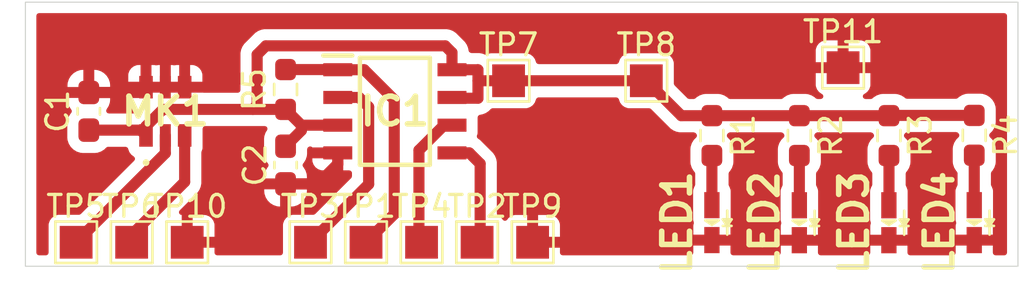
<source format=kicad_pcb>
(kicad_pcb (version 20240108) (generator "pcbnew") (generator_version "8.0")
  (layers (0 "F.Cu" signal) (31 "B.Cu" signal) (34 "B.Paste" user) (35 "F.Paste" user) (36 "B.SilkS" user "B.Silkscreen") (37 "F.SilkS" user "F.Silkscreen") (38 "B.Mask" user) (39 "F.Mask" user) (44 "Edge.Cuts" user))
  (net 0 "")
  (net 1 "GND")
  (net 2 "+3.3V")
  (net 3 "/SPI_CS")
  (net 4 "/SPI_SCK")
  (net 5 "/SPI_MOSI")
  (net 6 "/SPI_MISO")
  (net 7 "Net-(LED1-Pad2)")
  (net 8 "Net-(LED2-Pad2)")
  (net 9 "Net-(LED3-Pad2)")
  (net 10 "Net-(LED4-Pad2)")
  (net 11 "/PDM_DATA0")
  (net 12 "/PDM_CLK")
  (footprint "footprints:TestPoint_Pad_1.5x1.5mm" (layer "F.Cu") (at 192 61)
    (property "Reference" "TP11" (at 0 -1.648 0) (layer "F.SilkS"))
    (property "Value" "GND")
    (fp_line (start -0.95 -0.95) (end 0.95 -0.95) (stroke (width 0.12)) (layer "F.SilkS"))
    (fp_line (start -0.95 0.95) (end -0.95 -0.95) (stroke (width 0.12)) (layer "F.SilkS"))
    (fp_line (start 0.95 -0.95) (end 0.95 0.95) (stroke (width 0.12)) (layer "F.SilkS"))
    (fp_line (start 0.95 0.95) (end -0.95 0.95) (stroke (width 0.12)) (layer "F.SilkS"))
    (pad "1" smd rect (at 0 0) (size 1.5 1.5) (layers "F.Cu" "F.Mask") (net 1 "GND"))
  )
  (footprint "footprints:EEPROM_SOIC127P600X175-8L" (layer "F.Cu") (at 171.5 63)
    (property "Reference" "IC1" (at 0 0 0) (layer "F.SilkS") (effects (font (size 1.27 1.27) (thickness 0.254))))
    (property "Value" "EEPROM_M95P16-IXMNT_E" (hide yes))
    (fp_line (start -3.275 -2.555) (end -1.95 -2.555) (stroke (width 0.2)) (layer "F.SilkS"))
    (fp_line (start -1.6 -2.45) (end 1.6 -2.45) (stroke (width 0.2)) (layer "F.SilkS"))
    (fp_line (start -1.6 2.45) (end -1.6 -2.45) (stroke (width 0.2)) (layer "F.SilkS"))
    (fp_line (start 1.6 -2.45) (end 1.6 2.45) (stroke (width 0.2)) (layer "F.SilkS"))
    (fp_line (start 1.6 2.45) (end -1.6 2.45) (stroke (width 0.2)) (layer "F.SilkS"))
    (pad "1" smd rect (at -2.612 -1.905 90) (size 0.6 1.325) (layers "F.Cu" "F.Paste" "F.Mask") (net 3 "/SPI_CS"))
    (pad "2" smd rect (at -2.612 -0.635 90) (size 0.6 1.325) (layers "F.Cu" "F.Paste" "F.Mask") (net 6 "/SPI_MISO"))
    (pad "3" smd rect (at -2.612 0.635 90) (size 0.6 1.325) (layers "F.Cu" "F.Paste" "F.Mask") (net 2 "+3.3V"))
    (pad "4" smd rect (at -2.612 1.905 90) (size 0.6 1.325) (layers "F.Cu" "F.Paste" "F.Mask") (net 1 "GND"))
    (pad "5" smd rect (at 2.612 1.905 90) (size 0.6 1.325) (layers "F.Cu" "F.Paste" "F.Mask") (net 5 "/SPI_MOSI"))
    (pad "6" smd rect (at 2.612 0.635 90) (size 0.6 1.325) (layers "F.Cu" "F.Paste" "F.Mask") (net 4 "/SPI_SCK"))
    (pad "7" smd rect (at 2.612 -0.635 90) (size 0.6 1.325) (layers "F.Cu" "F.Paste" "F.Mask") (net 2 "+3.3V"))
    (pad "8" smd rect (at 2.612 -1.905 90) (size 0.6 1.325) (layers "F.Cu" "F.Paste" "F.Mask") (net 2 "+3.3V"))
  )
  (footprint "footprints:LEDM168X110N" (layer "F.Cu") (at 190 68.105 90)
    (property "Reference" "LED2" (at 0 -1.6 270) (layer "F.SilkS") (effects (font (size 1.27 1.27) (thickness 0.254))))
    (property "Value" "LED_XZCM2CRK53WA-8VF" (hide yes))
    (fp_line (start 0.1 -0.3) (end 0.1 0.3) (stroke (width 0.12)) (layer "F.SilkS"))
    (fp_line (start 0 0) (end 0.1 -0.1) (stroke (width 0.12)) (layer "F.SilkS"))
    (fp_line (start -0.1 0) (end 0.1 -0.3) (stroke (width 0.12)) (layer "F.SilkS"))
    (fp_line (start 0.1 0.2) (end 0 0) (stroke (width 0.12)) (layer "F.SilkS"))
    (fp_line (start 0.1 0.3) (end -0.1 0) (stroke (width 0.12)) (layer "F.SilkS"))
    (fp_line (start 0.15 0.5) (end 0.15 0.9) (stroke (width 0.12)) (layer "F.SilkS"))
    (fp_line (start 0.55 0.7) (end -0.55 0.7) (stroke (width 0.12)) (layer "F.SilkS"))
    (fp_line (start 0.15 0.7) (end 0 0.6) (stroke (width 0.12)) (layer "F.SilkS"))
    (fp_line (start -0.15 0.7) (end 0.15 0.5) (stroke (width 0.12)) (layer "F.SilkS"))
    (fp_line (start 0.15 0.8) (end 0 0.7) (stroke (width 0.12)) (layer "F.SilkS"))
    (fp_line (start 0.15 0.9) (end -0.15 0.7) (stroke (width 0.12)) (layer "F.SilkS"))
    (fp_line (start -0.15 0.9) (end -0.15 0.5) (stroke (width 0.12)) (layer "F.SilkS"))
    (pad "1" smd rect (at -0.8 0 180) (size 0.7 1.2) (layers "F.Cu" "F.Paste" "F.Mask") (net 1 "GND"))
    (pad "2" smd rect (at 0.8 0 180) (size 0.7 1.2) (layers "F.Cu" "F.Paste" "F.Mask") (net 8 "Net-(LED2-Pad2)"))
  )
  (footprint "footprints:TestPoint_Pad_1.5x1.5mm" (layer "F.Cu") (at 167.64 69)
    (property "Reference" "TP3" (at 0 -1.648 0) (layer "F.SilkS"))
    (property "Value" "MISO")
    (fp_line (start -0.95 -0.95) (end 0.95 -0.95) (stroke (width 0.12)) (layer "F.SilkS"))
    (fp_line (start -0.95 0.95) (end -0.95 -0.95) (stroke (width 0.12)) (layer "F.SilkS"))
    (fp_line (start 0.95 -0.95) (end 0.95 0.95) (stroke (width 0.12)) (layer "F.SilkS"))
    (fp_line (start 0.95 0.95) (end -0.95 0.95) (stroke (width 0.12)) (layer "F.SilkS"))
    (pad "1" smd rect (at 0 0) (size 1.5 1.5) (layers "F.Cu" "F.Mask") (net 6 "/SPI_MISO"))
  )
  (footprint "footprints:LEDM168X110N" (layer "F.Cu") (at 194.095 68.105 90)
    (property "Reference" "LED3" (at 0 -1.6 270) (layer "F.SilkS") (effects (font (size 1.27 1.27) (thickness 0.254))))
    (property "Value" "LED_XZCM2CRK53WA-8VF" (hide yes))
    (fp_line (start 0.1 -0.3) (end 0.1 0.3) (stroke (width 0.12)) (layer "F.SilkS"))
    (fp_line (start 0 0) (end 0.1 -0.1) (stroke (width 0.12)) (layer "F.SilkS"))
    (fp_line (start -0.1 0) (end 0.1 -0.3) (stroke (width 0.12)) (layer "F.SilkS"))
    (fp_line (start 0.1 0.2) (end 0 0) (stroke (width 0.12)) (layer "F.SilkS"))
    (fp_line (start 0.1 0.3) (end -0.1 0) (stroke (width 0.12)) (layer "F.SilkS"))
    (fp_line (start 0.15 0.5) (end 0.15 0.9) (stroke (width 0.12)) (layer "F.SilkS"))
    (fp_line (start 0.55 0.7) (end -0.55 0.7) (stroke (width 0.12)) (layer "F.SilkS"))
    (fp_line (start 0.15 0.7) (end 0 0.6) (stroke (width 0.12)) (layer "F.SilkS"))
    (fp_line (start -0.15 0.7) (end 0.15 0.5) (stroke (width 0.12)) (layer "F.SilkS"))
    (fp_line (start 0.15 0.8) (end 0 0.7) (stroke (width 0.12)) (layer "F.SilkS"))
    (fp_line (start 0.15 0.9) (end -0.15 0.7) (stroke (width 0.12)) (layer "F.SilkS"))
    (fp_line (start -0.15 0.9) (end -0.15 0.5) (stroke (width 0.12)) (layer "F.SilkS"))
    (pad "1" smd rect (at -0.8 0 180) (size 0.7 1.2) (layers "F.Cu" "F.Paste" "F.Mask") (net 1 "GND"))
    (pad "2" smd rect (at 0.8 0 180) (size 0.7 1.2) (layers "F.Cu" "F.Paste" "F.Mask") (net 9 "Net-(LED3-Pad2)"))
  )
  (footprint "footprints:TestPoint_Pad_1.5x1.5mm" (layer "F.Cu") (at 159.46 69)
    (property "Reference" "TP6" (at 0 -1.648 0) (layer "F.SilkS"))
    (property "Value" "PDM_DATA0")
    (fp_line (start -0.95 -0.95) (end 0.95 -0.95) (stroke (width 0.12)) (layer "F.SilkS"))
    (fp_line (start -0.95 0.95) (end -0.95 -0.95) (stroke (width 0.12)) (layer "F.SilkS"))
    (fp_line (start 0.95 -0.95) (end 0.95 0.95) (stroke (width 0.12)) (layer "F.SilkS"))
    (fp_line (start 0.95 0.95) (end -0.95 0.95) (stroke (width 0.12)) (layer "F.SilkS"))
    (pad "1" smd rect (at 0 0) (size 1.5 1.5) (layers "F.Cu" "F.Mask") (net 11 "/PDM_DATA0"))
  )
  (footprint "footprints:LEDM168X110N" (layer "F.Cu") (at 186 68.1 90)
    (property "Reference" "LED1" (at 0 -1.6 270) (layer "F.SilkS") (effects (font (size 1.27 1.27) (thickness 0.254))))
    (property "Value" "LED_XZCM2CRK53WA-8VF" (hide yes))
    (fp_line (start 0.1 -0.3) (end 0.1 0.3) (stroke (width 0.12)) (layer "F.SilkS"))
    (fp_line (start 0 0) (end 0.1 -0.1) (stroke (width 0.12)) (layer "F.SilkS"))
    (fp_line (start -0.1 0) (end 0.1 -0.3) (stroke (width 0.12)) (layer "F.SilkS"))
    (fp_line (start 0.1 0.2) (end 0 0) (stroke (width 0.12)) (layer "F.SilkS"))
    (fp_line (start 0.1 0.3) (end -0.1 0) (stroke (width 0.12)) (layer "F.SilkS"))
    (fp_line (start 0.15 0.5) (end 0.15 0.9) (stroke (width 0.12)) (layer "F.SilkS"))
    (fp_line (start 0.55 0.7) (end -0.55 0.7) (stroke (width 0.12)) (layer "F.SilkS"))
    (fp_line (start 0.15 0.7) (end 0 0.6) (stroke (width 0.12)) (layer "F.SilkS"))
    (fp_line (start -0.15 0.7) (end 0.15 0.5) (stroke (width 0.12)) (layer "F.SilkS"))
    (fp_line (start 0.15 0.8) (end 0 0.7) (stroke (width 0.12)) (layer "F.SilkS"))
    (fp_line (start 0.15 0.9) (end -0.15 0.7) (stroke (width 0.12)) (layer "F.SilkS"))
    (fp_line (start -0.15 0.9) (end -0.15 0.5) (stroke (width 0.12)) (layer "F.SilkS"))
    (pad "1" smd rect (at -0.8 0 180) (size 0.7 1.2) (layers "F.Cu" "F.Paste" "F.Mask") (net 1 "GND"))
    (pad "2" smd rect (at 0.8 0 180) (size 0.7 1.2) (layers "F.Cu" "F.Paste" "F.Mask") (net 7 "Net-(LED1-Pad2)"))
  )
  (footprint "Resistor_SMD:R_0603_1608Metric_Pad0.98x0.95mm_HandSolder" (layer "F.Cu") (at 186 64.1125 -90)
    (property "Reference" "R1" (at 0 -1.43 90) (layer "F.SilkS"))
    (property "Value" "R" (hide yes))
    (fp_line (start -0.254724 0.5225) (end 0.254724 0.5225) (stroke (width 0.12)) (layer "F.SilkS"))
    (fp_line (start -0.254724 -0.5225) (end 0.254724 -0.5225) (stroke (width 0.12)) (layer "F.SilkS"))
    (pad "1" smd roundrect (at -0.9125 0 270) (size 0.975 0.95) (layers "F.Cu" "F.Paste" "F.Mask") (net 2 "+3.3V"))
    (pad "2" smd roundrect (at 0.9125 0 270) (size 0.975 0.95) (layers "F.Cu" "F.Paste" "F.Mask") (net 7 "Net-(LED1-Pad2)"))
  )
  (footprint "footprints:TestPoint_Pad_1.5x1.5mm" (layer "F.Cu") (at 176.7 61.6)
    (property "Reference" "TP7" (at 0 -1.648 0) (layer "F.SilkS"))
    (property "Value" "+3V3")
    (fp_line (start -0.95 -0.95) (end 0.95 -0.95) (stroke (width 0.12)) (layer "F.SilkS"))
    (fp_line (start -0.95 0.95) (end -0.95 -0.95) (stroke (width 0.12)) (layer "F.SilkS"))
    (fp_line (start 0.95 -0.95) (end 0.95 0.95) (stroke (width 0.12)) (layer "F.SilkS"))
    (fp_line (start 0.95 0.95) (end -0.95 0.95) (stroke (width 0.12)) (layer "F.SilkS"))
    (pad "1" smd rect (at 0 0) (size 1.5 1.5) (layers "F.Cu" "F.Mask") (net 2 "+3.3V"))
  )
  (footprint "footprints:LEDM168X110N" (layer "F.Cu") (at 198 68.1 90)
    (property "Reference" "LED4" (at 0 -1.6 270) (layer "F.SilkS") (effects (font (size 1.27 1.27) (thickness 0.254))))
    (property "Value" "LED_XZCM2CRK53WA-8VF" (hide yes))
    (fp_line (start 0.1 -0.3) (end 0.1 0.3) (stroke (width 0.12)) (layer "F.SilkS"))
    (fp_line (start 0 0) (end 0.1 -0.1) (stroke (width 0.12)) (layer "F.SilkS"))
    (fp_line (start -0.1 0) (end 0.1 -0.3) (stroke (width 0.12)) (layer "F.SilkS"))
    (fp_line (start 0.1 0.2) (end 0 0) (stroke (width 0.12)) (layer "F.SilkS"))
    (fp_line (start 0.1 0.3) (end -0.1 0) (stroke (width 0.12)) (layer "F.SilkS"))
    (fp_line (start 0.15 0.5) (end 0.15 0.9) (stroke (width 0.12)) (layer "F.SilkS"))
    (fp_line (start 0.55 0.7) (end -0.55 0.7) (stroke (width 0.12)) (layer "F.SilkS"))
    (fp_line (start 0.15 0.7) (end 0 0.6) (stroke (width 0.12)) (layer "F.SilkS"))
    (fp_line (start -0.15 0.7) (end 0.15 0.5) (stroke (width 0.12)) (layer "F.SilkS"))
    (fp_line (start 0.15 0.8) (end 0 0.7) (stroke (width 0.12)) (layer "F.SilkS"))
    (fp_line (start 0.15 0.9) (end -0.15 0.7) (stroke (width 0.12)) (layer "F.SilkS"))
    (fp_line (start -0.15 0.9) (end -0.15 0.5) (stroke (width 0.12)) (layer "F.SilkS"))
    (pad "1" smd rect (at -0.8 0 180) (size 0.7 1.2) (layers "F.Cu" "F.Paste" "F.Mask") (net 1 "GND"))
    (pad "2" smd rect (at 0.8 0 180) (size 0.7 1.2) (layers "F.Cu" "F.Paste" "F.Mask") (net 10 "Net-(LED4-Pad2)"))
  )
  (footprint "footprints:MEMS-Mikrofon_ICS41351" (layer "F.Cu") (at 161 63)
    (property "Reference" "MK1" (at 0 0 0) (layer "F.SilkS") (effects (font (size 1.27 1.27) (thickness 0.254))))
    (property "Value" "MEMS-Microphone_ICS-41351" (hide yes))
    (fp_line (start -0.884 2.3) (end -0.884 2.3) (stroke (width 0.2)) (layer "F.SilkS"))
    (fp_line (start -0.884 2.4) (end -0.884 2.4) (stroke (width 0.2)) (layer "F.SilkS"))
    (fp_line (start -0.884 2.4) (end -0.884 2.4) (stroke (width 0.2)) (layer "F.SilkS"))
    (fp_arc (start -0.884 2.3) (mid -0.834 2.35) (end -0.884 2.4) (stroke (width 0.2)) (layer "F.SilkS"))
    (fp_arc (start -0.884 2.3) (mid -0.834 2.35) (end -0.884 2.4) (stroke (width 0.2)) (layer "F.SilkS"))
    (fp_arc (start -0.884 2.4) (mid -0.934 2.35) (end -0.884 2.3) (stroke (width 0.2)) (layer "F.SilkS"))
    (pad "1" smd rect (at -0.884 1.105) (size 0.622 1.032) (layers "F.Cu" "F.Paste" "F.Mask") (net 2 "+3.3V"))
    (pad "2" smd rect (at 0 1.105) (size 0.5 1.032) (layers "F.Cu" "F.Paste" "F.Mask") (net 12 "/PDM_CLK"))
    (pad "3" smd rect (at 0.884 1.105) (size 0.622 1.032) (layers "F.Cu" "F.Paste" "F.Mask") (net 11 "/PDM_DATA0"))
    (pad "4" smd rect (at 0.884 -1.105) (size 0.622 1.032) (layers "F.Cu" "F.Paste" "F.Mask") (net 1 "GND"))
    (pad "5" smd rect (at 0 -1.105) (size 0.5 1.032) (layers "F.Cu" "F.Paste" "F.Mask") (net 1 "GND"))
    (pad "6" smd rect (at -0.884 -1.105) (size 0.622 1.032) (layers "F.Cu" "F.Paste" "F.Mask") (net 1 "GND"))
  )
  (footprint "Resistor_SMD:R_0603_1608Metric_Pad0.98x0.95mm_HandSolder" (layer "F.Cu") (at 194.1 64.1125 -90)
    (property "Reference" "R3" (at 0 -1.43 90) (layer "F.SilkS"))
    (property "Value" "R" (hide yes))
    (fp_line (start -0.254724 0.5225) (end 0.254724 0.5225) (stroke (width 0.12)) (layer "F.SilkS"))
    (fp_line (start -0.254724 -0.5225) (end 0.254724 -0.5225) (stroke (width 0.12)) (layer "F.SilkS"))
    (pad "1" smd roundrect (at -0.9125 0 270) (size 0.975 0.95) (layers "F.Cu" "F.Paste" "F.Mask") (net 2 "+3.3V"))
    (pad "2" smd roundrect (at 0.9125 0 270) (size 0.975 0.95) (layers "F.Cu" "F.Paste" "F.Mask") (net 9 "Net-(LED3-Pad2)"))
  )
  (footprint "footprints:TestPoint_Pad_1.5x1.5mm" (layer "F.Cu") (at 162 69)
    (property "Reference" "TP10" (at 0 -1.648 0) (layer "F.SilkS"))
    (property "Value" "GND")
    (fp_line (start -0.95 -0.95) (end 0.95 -0.95) (stroke (width 0.12)) (layer "F.SilkS"))
    (fp_line (start -0.95 0.95) (end -0.95 -0.95) (stroke (width 0.12)) (layer "F.SilkS"))
    (fp_line (start 0.95 -0.95) (end 0.95 0.95) (stroke (width 0.12)) (layer "F.SilkS"))
    (fp_line (start 0.95 0.95) (end -0.95 0.95) (stroke (width 0.12)) (layer "F.SilkS"))
    (pad "1" smd rect (at 0 0) (size 1.5 1.5) (layers "F.Cu" "F.Mask") (net 1 "GND"))
  )
  (footprint "footprints:TestPoint_Pad_1.5x1.5mm" (layer "F.Cu") (at 156.92 69)
    (property "Reference" "TP5" (at 0 -1.648 0) (layer "F.SilkS"))
    (property "Value" "PDM_CLK")
    (fp_line (start -0.95 -0.95) (end 0.95 -0.95) (stroke (width 0.12)) (layer "F.SilkS"))
    (fp_line (start -0.95 0.95) (end -0.95 -0.95) (stroke (width 0.12)) (layer "F.SilkS"))
    (fp_line (start 0.95 -0.95) (end 0.95 0.95) (stroke (width 0.12)) (layer "F.SilkS"))
    (fp_line (start 0.95 0.95) (end -0.95 0.95) (stroke (width 0.12)) (layer "F.SilkS"))
    (pad "1" smd rect (at 0 0) (size 1.5 1.5) (layers "F.Cu" "F.Mask") (net 12 "/PDM_CLK"))
  )
  (footprint "footprints:TestPoint_Pad_1.5x1.5mm" (layer "F.Cu") (at 175.26 69)
    (property "Reference" "TP2" (at 0 -1.648 0) (layer "F.SilkS"))
    (property "Value" "MOSI")
    (fp_line (start -0.95 -0.95) (end 0.95 -0.95) (stroke (width 0.12)) (layer "F.SilkS"))
    (fp_line (start -0.95 0.95) (end -0.95 -0.95) (stroke (width 0.12)) (layer "F.SilkS"))
    (fp_line (start 0.95 -0.95) (end 0.95 0.95) (stroke (width 0.12)) (layer "F.SilkS"))
    (fp_line (start 0.95 0.95) (end -0.95 0.95) (stroke (width 0.12)) (layer "F.SilkS"))
    (pad "1" smd rect (at 0 0) (size 1.5 1.5) (layers "F.Cu" "F.Mask") (net 5 "/SPI_MOSI"))
  )
  (footprint "Resistor_SMD:R_0603_1608Metric_Pad0.98x0.95mm_HandSolder" (layer "F.Cu") (at 190 64.1125 -90)
    (property "Reference" "R2" (at 0 -1.43 90) (layer "F.SilkS"))
    (property "Value" "R" (hide yes))
    (fp_line (start -0.254724 0.5225) (end 0.254724 0.5225) (stroke (width 0.12)) (layer "F.SilkS"))
    (fp_line (start -0.254724 -0.5225) (end 0.254724 -0.5225) (stroke (width 0.12)) (layer "F.SilkS"))
    (pad "1" smd roundrect (at -0.9125 0 270) (size 0.975 0.95) (layers "F.Cu" "F.Paste" "F.Mask") (net 2 "+3.3V"))
    (pad "2" smd roundrect (at 0.9125 0 270) (size 0.975 0.95) (layers "F.Cu" "F.Paste" "F.Mask") (net 8 "Net-(LED2-Pad2)"))
  )
  (footprint "Resistor_SMD:R_0603_1608Metric_Pad0.98x0.95mm_HandSolder" (layer "F.Cu") (at 166.5 62 90)
    (property "Reference" "R5" (at 0 -1.43 270) (layer "F.SilkS"))
    (property "Value" "10k" (hide yes))
    (fp_line (start -0.254724 -0.5225) (end 0.254724 -0.5225) (stroke (width 0.12)) (layer "F.SilkS"))
    (fp_line (start -0.254724 0.5225) (end 0.254724 0.5225) (stroke (width 0.12)) (layer "F.SilkS"))
    (pad "1" smd roundrect (at -0.9125 0 90) (size 0.975 0.95) (layers "F.Cu" "F.Paste" "F.Mask") (net 2 "+3.3V"))
    (pad "2" smd roundrect (at 0.9125 0 90) (size 0.975 0.95) (layers "F.Cu" "F.Paste" "F.Mask") (net 3 "/SPI_CS"))
  )
  (footprint "Capacitor_SMD:C_0603_1608Metric_Pad1.08x0.95mm_HandSolder" (layer "F.Cu") (at 157.5 63 90)
    (property "Reference" "C1" (at 0 -1.43 270) (layer "F.SilkS"))
    (property "Value" "100nF" (hide yes))
    (fp_line (start -0.146267 -0.51) (end 0.146267 -0.51) (stroke (width 0.12)) (layer "F.SilkS"))
    (fp_line (start -0.146267 0.51) (end 0.146267 0.51) (stroke (width 0.12)) (layer "F.SilkS"))
    (pad "1" smd roundrect (at -0.8625 0 90) (size 1.075 0.95) (layers "F.Cu" "F.Paste" "F.Mask") (net 2 "+3.3V"))
    (pad "2" smd roundrect (at 0.8625 0 90) (size 1.075 0.95) (layers "F.Cu" "F.Paste" "F.Mask") (net 1 "GND"))
  )
  (footprint "footprints:TestPoint_Pad_1.5x1.5mm" (layer "F.Cu") (at 183 61.6)
    (property "Reference" "TP8" (at 0 -1.648 0) (layer "F.SilkS"))
    (property "Value" "+3V3")
    (fp_line (start -0.95 -0.95) (end 0.95 -0.95) (stroke (width 0.12)) (layer "F.SilkS"))
    (fp_line (start -0.95 0.95) (end -0.95 -0.95) (stroke (width 0.12)) (layer "F.SilkS"))
    (fp_line (start 0.95 -0.95) (end 0.95 0.95) (stroke (width 0.12)) (layer "F.SilkS"))
    (fp_line (start 0.95 0.95) (end -0.95 0.95) (stroke (width 0.12)) (layer "F.SilkS"))
    (pad "1" smd rect (at 0 0) (size 1.5 1.5) (layers "F.Cu" "F.Mask") (net 2 "+3.3V"))
  )
  (footprint "footprints:TestPoint_Pad_1.5x1.5mm" (layer "F.Cu") (at 170.18 69)
    (property "Reference" "TP1" (at 0 -1.648 0) (layer "F.SilkS"))
    (property "Value" "CS")
    (fp_line (start -0.95 -0.95) (end 0.95 -0.95) (stroke (width 0.12)) (layer "F.SilkS"))
    (fp_line (start -0.95 0.95) (end -0.95 -0.95) (stroke (width 0.12)) (layer "F.SilkS"))
    (fp_line (start 0.95 -0.95) (end 0.95 0.95) (stroke (width 0.12)) (layer "F.SilkS"))
    (fp_line (start 0.95 0.95) (end -0.95 0.95) (stroke (width 0.12)) (layer "F.SilkS"))
    (pad "1" smd rect (at 0 0) (size 1.5 1.5) (layers "F.Cu" "F.Mask") (net 3 "/SPI_CS"))
  )
  (footprint "footprints:TestPoint_Pad_1.5x1.5mm" (layer "F.Cu") (at 172.72 69)
    (property "Reference" "TP4" (at 0 -1.648 0) (layer "F.SilkS"))
    (property "Value" "CLK")
    (fp_line (start -0.95 -0.95) (end 0.95 -0.95) (stroke (width 0.12)) (layer "F.SilkS"))
    (fp_line (start -0.95 0.95) (end -0.95 -0.95) (stroke (width 0.12)) (layer "F.SilkS"))
    (fp_line (start 0.95 -0.95) (end 0.95 0.95) (stroke (width 0.12)) (layer "F.SilkS"))
    (fp_line (start 0.95 0.95) (end -0.95 0.95) (stroke (width 0.12)) (layer "F.SilkS"))
    (pad "1" smd rect (at 0 0) (size 1.5 1.5) (layers "F.Cu" "F.Mask") (net 4 "/SPI_SCK"))
  )
  (footprint "Resistor_SMD:R_0603_1608Metric_Pad0.98x0.95mm_HandSolder" (layer "F.Cu") (at 198 64.1 -90)
    (property "Reference" "R4" (at 0 -1.43 90) (layer "F.SilkS"))
    (property "Value" "R" (hide yes))
    (fp_line (start -0.254724 0.5225) (end 0.254724 0.5225) (stroke (width 0.12)) (layer "F.SilkS"))
    (fp_line (start -0.254724 -0.5225) (end 0.254724 -0.5225) (stroke (width 0.12)) (layer "F.SilkS"))
    (pad "1" smd roundrect (at -0.9125 0 270) (size 0.975 0.95) (layers "F.Cu" "F.Paste" "F.Mask") (net 2 "+3.3V"))
    (pad "2" smd roundrect (at 0.9125 0 270) (size 0.975 0.95) (layers "F.Cu" "F.Paste" "F.Mask") (net 10 "Net-(LED4-Pad2)"))
  )
  (footprint "Capacitor_SMD:C_0603_1608Metric_Pad1.08x0.95mm_HandSolder" (layer "F.Cu") (at 166.5 65.4625 -90)
    (property "Reference" "C2" (at 0 1.4 90) (layer "F.SilkS"))
    (property "Value" "100nF" (hide yes))
    (fp_line (start -0.146267 0.51) (end 0.146267 0.51) (stroke (width 0.12)) (layer "F.SilkS"))
    (fp_line (start -0.146267 -0.51) (end 0.146267 -0.51) (stroke (width 0.12)) (layer "F.SilkS"))
    (pad "1" smd roundrect (at -0.8625 0 270) (size 1.075 0.95) (layers "F.Cu" "F.Paste" "F.Mask") (net 2 "+3.3V"))
    (pad "2" smd roundrect (at 0.8625 0 270) (size 1.075 0.95) (layers "F.Cu" "F.Paste" "F.Mask") (net 1 "GND"))
  )
  (footprint "footprints:TestPoint_Pad_1.5x1.5mm" (layer "F.Cu") (at 177.8 69)
    (property "Reference" "TP9" (at 0 -1.648 0) (layer "F.SilkS"))
    (property "Value" "GND")
    (fp_line (start -0.95 -0.95) (end 0.95 -0.95) (stroke (width 0.12)) (layer "F.SilkS"))
    (fp_line (start -0.95 0.95) (end -0.95 -0.95) (stroke (width 0.12)) (layer "F.SilkS"))
    (fp_line (start 0.95 -0.95) (end 0.95 0.95) (stroke (width 0.12)) (layer "F.SilkS"))
    (fp_line (start 0.95 0.95) (end -0.95 0.95) (stroke (width 0.12)) (layer "F.SilkS"))
    (pad "1" smd rect (at 0 0) (size 1.5 1.5) (layers "F.Cu" "F.Mask") (net 1 "GND"))
  )
  (gr_rect (start 154.6 58) (end 200 70.1) (stroke (width 0.05)) (fill none) (layer "Edge.Cuts"))
  (segment (start 166.5 66.325) (end 167.975 66.325) (width 0.508) (layer "F.Cu") (net 1))
  (segment (start 159.8735 62.1375) (end 160.116 61.895) (width 0.508) (layer "F.Cu") (net 1))
  (segment (start 168.888 65.412) (end 168.888 64.905) (width 0.508) (layer "F.Cu") (net 1))
  (segment (start 167.975 66.325) (end 168.888 65.412) (width 0.508) (layer "F.Cu") (net 1))
  (segment (start 157.5 62.1375) (end 159.8735 62.1375) (width 0.508) (layer "F.Cu") (net 1))
  (segment (start 190 63.2) (end 186 63.2) (width 0.508) (layer "F.Cu") (net 2))
  (segment (start 166.5 64.6) (end 167.2225 63.8775) (width 0.508) (layer "F.Cu") (net 2))
  (segment (start 165.2 62.7125) (end 165.2 60.4) (width 0.508) (layer "F.Cu") (net 2))
  (segment (start 176.7 61.6) (end 175.3 61.6) (width 0.508) (layer "F.Cu") (net 2))
  (segment (start 194 63.2) (end 190 63.2) (width 0.508) (layer "F.Cu") (net 2))
  (segment (start 175.3 61.6) (end 175.3 62.4) (width 0.508) (layer "F.Cu") (net 2))
  (segment (start 159.8735 63.8625) (end 160.116 64.105) (width 0.508) (layer "F.Cu") (net 2))
  (segment (start 194.2125 63.1875) (end 198 63.1875) (width 0.508) (layer "F.Cu") (net 2))
  (segment (start 167.2225 63.8775) (end 167.2225 63.635) (width 0.508) (layer "F.Cu") (net 2))
  (segment (start 165 62.9125) (end 165.2 62.7125) (width 0.508) (layer "F.Cu") (net 2))
  (segment (start 174.147 62.4) (end 174.112 62.365) (width 0.508) (layer "F.Cu") (net 2))
  (segment (start 173.8 60) (end 174.112 60.312) (width 0.508) (layer "F.Cu") (net 2))
  (segment (start 174.112 60.312) (end 174.112 61.095) (width 0.508) (layer "F.Cu") (net 2))
  (segment (start 175.295 61.095) (end 175.3 61.1) (width 0.508) (layer "F.Cu") (net 2))
  (segment (start 184.6 63.2) (end 183 61.6) (width 0.508) (layer "F.Cu") (net 2))
  (segment (start 194.2 63.2) (end 194.2125 63.1875) (width 0.508) (layer "F.Cu") (net 2))
  (segment (start 157.5 63.8625) (end 159.8735 63.8625) (width 0.508) (layer "F.Cu") (net 2))
  (segment (start 186 63.2) (end 184.6 63.2) (width 0.508) (layer "F.Cu") (net 2))
  (segment (start 175.3 62.4) (end 174.147 62.4) (width 0.508) (layer "F.Cu") (net 2))
  (segment (start 166.5 62.9125) (end 167.2225 63.635) (width 0.508) (layer "F.Cu") (net 2))
  (segment (start 160.116 63.684) (end 160.8875 62.9125) (width 0.508) (layer "F.Cu") (net 2))
  (segment (start 160.8875 62.9125) (end 166.5 62.9125) (width 0.508) (layer "F.Cu") (net 2))
  (segment (start 165.2 60.4) (end 165.6 60) (width 0.508) (layer "F.Cu") (net 2))
  (segment (start 174.112 61.095) (end 175.295 61.095) (width 0.508) (layer "F.Cu") (net 2))
  (segment (start 160.116 64.105) (end 160.116 63.684) (width 0.508) (layer "F.Cu") (net 2))
  (segment (start 165.6 60) (end 173.8 60) (width 0.508) (layer "F.Cu") (net 2))
  (segment (start 175.3 61.1) (end 175.3 61.6) (width 0.508) (layer "F.Cu") (net 2))
  (segment (start 183 61.6) (end 176.7 61.6) (width 0.508) (layer "F.Cu") (net 2))
  (segment (start 167.2225 63.635) (end 168.888 63.635) (width 0.508) (layer "F.Cu") (net 2))
  (segment (start 194 63.2) (end 194.2 63.2) (width 0.508) (layer "F.Cu") (net 2))
  (segment (start 170.18 69) (end 171.470764 67.709236) (width 0.508) (layer "F.Cu") (net 3))
  (segment (start 166.5 61.0875) (end 168.8805 61.0875) (width 0.508) (layer "F.Cu") (net 3))
  (segment (start 168.8805 61.0875) (end 168.888 61.095) (width 0.508) (layer "F.Cu") (net 3))
  (segment (start 171.470764 67.709236) (end 171.470764 62.470764) (width 0.508) (layer "F.Cu") (net 3))
  (segment (start 170.095 61.095) (end 168.888 61.095) (width 0.508) (layer "F.Cu") (net 3))
  (segment (start 171.470764 62.470764) (end 170.095 61.095) (width 0.508) (layer "F.Cu") (net 3))
  (segment (start 172.6 64.7845) (end 173.7495 63.635) (width 0.508) (layer "F.Cu") (net 4))
  (segment (start 172.6 68.88) (end 172.6 64.7845) (width 0.508) (layer "F.Cu") (net 4))
  (segment (start 173.7495 63.635) (end 174.112 63.635) (width 0.508) (layer "F.Cu") (net 4))
  (segment (start 172.72 69) (end 172.6 68.88) (width 0.508) (layer "F.Cu") (net 4))
  (segment (start 174.905 64.905) (end 175.4 65.4) (width 0.508) (layer "F.Cu") (net 5))
  (segment (start 174.112 64.905) (end 174.905 64.905) (width 0.508) (layer "F.Cu") (net 5))
  (segment (start 175.4 68.86) (end 175.26 69) (width 0.508) (layer "F.Cu") (net 5))
  (segment (start 175.4 65.4) (end 175.4 68.86) (width 0.508) (layer "F.Cu") (net 5))
  (segment (start 170.3 66.34) (end 170.3 62.8) (width 0.508) (layer "F.Cu") (net 6))
  (segment (start 170.3 62.8) (end 169.865 62.365) (width 0.508) (layer "F.Cu") (net 6))
  (segment (start 167.64 69) (end 170.3 66.34) (width 0.508) (layer "F.Cu") (net 6))
  (segment (start 169.865 62.365) (end 168.888 62.365) (width 0.508) (layer "F.Cu") (net 6))
  (segment (start 186 65.025) (end 186 67.3) (width 0.508) (layer "F.Cu") (net 7))
  (segment (start 190 65.025) (end 190 67.305) (width 0.508) (layer "F.Cu") (net 8))
  (segment (start 194.1 65.025) (end 194.1 67.3) (width 0.508) (layer "F.Cu") (net 9))
  (segment (start 194.1 67.3) (end 194.095 67.305) (width 0.508) (layer "F.Cu") (net 9))
  (segment (start 198 67.3) (end 198 65.0125) (width 0.508) (layer "F.Cu") (net 10))
  (segment (start 159.46 68.657127) (end 161.884 66.233127) (width 0.508) (layer "F.Cu") (net 11))
  (segment (start 159.46 69) (end 159.46 68.657127) (width 0.508) (layer "F.Cu") (net 11))
  (segment (start 161.884 66.233127) (end 161.884 64.105) (width 0.508) (layer "F.Cu") (net 11))
  (segment (start 161 64.92) (end 156.92 69) (width 0.508) (layer "F.Cu") (net 12))
  (segment (start 161 64.105) (end 161 64.92) (width 0.508) (layer "F.Cu") (net 12))
  (zone (net 1) (net_name "GND") (layer "F.Cu") (connect_pads (clearance 0.5)) (min_thickness 0.25) (fill yes (thermal_gap 0.5) (thermal_bridge_width 0.5))
    (polygon (pts (xy 154.6 57.9) (xy 200 57.9) (xy 200 71) (xy 154.6 71)))
  )
)
</source>
